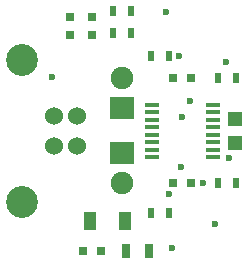
<source format=gbr>
G04 #@! TF.FileFunction,Soldermask,Top*
%FSLAX46Y46*%
G04 Gerber Fmt 4.6, Leading zero omitted, Abs format (unit mm)*
G04 Created by KiCad (PCBNEW (2015-09-22 BZR 6208)-product) date 29.8.2016 15:05:32*
%MOMM*%
G01*
G04 APERTURE LIST*
%ADD10C,0.100000*%
%ADD11R,1.000000X1.600000*%
%ADD12R,1.198880X1.198880*%
%ADD13R,1.200000X0.400000*%
%ADD14R,0.700000X1.300000*%
%ADD15C,1.524000*%
%ADD16C,2.700020*%
%ADD17R,2.000000X1.900000*%
%ADD18C,1.900000*%
%ADD19R,0.800000X0.750000*%
%ADD20R,0.750000X0.800000*%
%ADD21R,0.500000X0.900000*%
%ADD22C,0.600000*%
G04 APERTURE END LIST*
D10*
D11*
X133580000Y-113030000D03*
X130580000Y-113030000D03*
D12*
X142875000Y-106459020D03*
X142875000Y-104360980D03*
D13*
X141030000Y-107632500D03*
X141030000Y-106997500D03*
X141030000Y-106362500D03*
X141030000Y-105727500D03*
X141030000Y-105092500D03*
X141030000Y-104457500D03*
X141030000Y-103822500D03*
X141030000Y-103187500D03*
X135830000Y-103187500D03*
X135830000Y-103822500D03*
X135830000Y-104457500D03*
X135830000Y-105092500D03*
X135830000Y-105727500D03*
X135830000Y-106362500D03*
X135830000Y-106997500D03*
X135830000Y-107632500D03*
D14*
X135570000Y-115570000D03*
X133670000Y-115570000D03*
D15*
X129540000Y-104140000D03*
X129540000Y-106680000D03*
X127541020Y-106680000D03*
X127541020Y-104140000D03*
D16*
X124841000Y-99410520D03*
X124841000Y-111409480D03*
D17*
X133350000Y-103505000D03*
D18*
X133350000Y-100965000D03*
D19*
X131560000Y-115570000D03*
X130060000Y-115570000D03*
X139180000Y-109855000D03*
X137680000Y-109855000D03*
D20*
X130810000Y-97270000D03*
X130810000Y-95770000D03*
X128905000Y-97270000D03*
X128905000Y-95770000D03*
D19*
X137680000Y-100965000D03*
X139180000Y-100965000D03*
D17*
X133350000Y-107315000D03*
D18*
X133350000Y-109855000D03*
D21*
X134100000Y-97155000D03*
X132600000Y-97155000D03*
X134100000Y-95250000D03*
X132600000Y-95250000D03*
X142990000Y-109855000D03*
X141490000Y-109855000D03*
X135775000Y-99060000D03*
X137275000Y-99060000D03*
X135775000Y-112395000D03*
X137275000Y-112395000D03*
X142990000Y-100965000D03*
X141490000Y-100965000D03*
D22*
X138303000Y-108458000D03*
X137287000Y-110744000D03*
X139065000Y-102870000D03*
X127381000Y-100838000D03*
X138176000Y-99060000D03*
X140208000Y-109855000D03*
X142367000Y-107696000D03*
X138430000Y-104267000D03*
X137541000Y-115316000D03*
X141224000Y-113284000D03*
X142113000Y-99568000D03*
X137033000Y-95377000D03*
M02*

</source>
